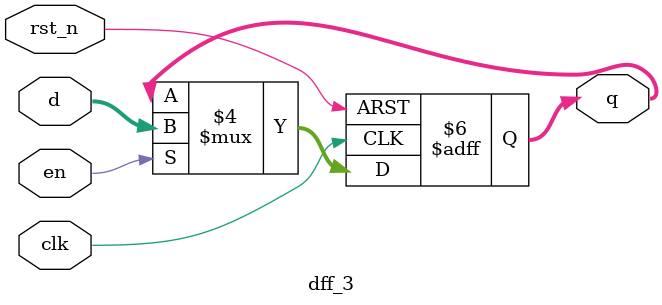
<source format=v>
module dff_3(q, d, en, rst_n, clk);
	input [2:0] d;
	input en, rst_n, clk;
	output reg [2:0] q;

	always @(posedge clk, negedge rst_n) begin
		if(rst_n == 1'b0)
			q <= 0;
		else begin
			if(en) q <= d;
			else q <= q;
		end
	end

endmodule

</source>
